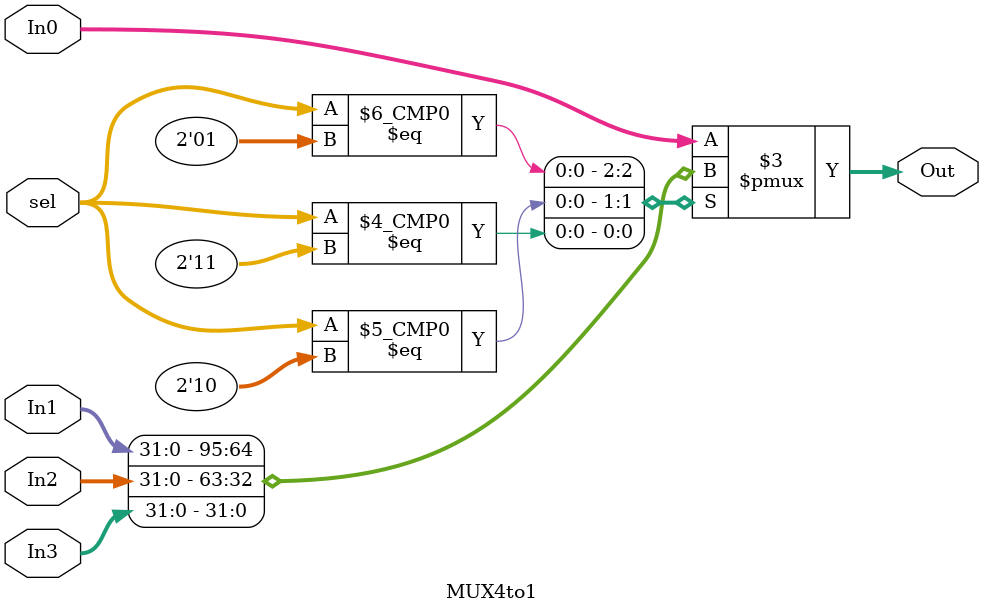
<source format=v>
`timescale 1ns / 1ps


module MUX4to1(
input [31:0] In0, In1, In2, In3,
input [1:0] sel,
output reg [31:0] Out
    );
    
always @ (*) begin
    case(sel)
        2'd1: Out = In1;
        2'd2: Out = In2;
        2'd3: Out = In3;
        default Out = In0;
     endcase
end
    
endmodule

</source>
